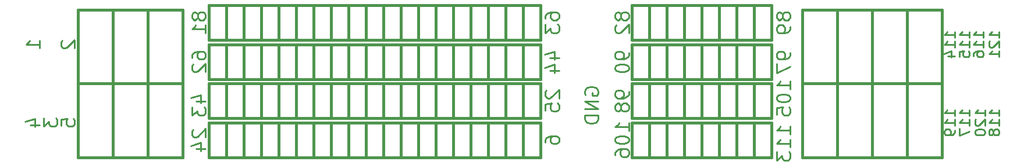
<source format=gbo>
G04 (created by PCBNEW (2013-07-07 BZR 4022)-stable) date 10/06/2014 08:12:37*
%MOIN*%
G04 Gerber Fmt 3.4, Leading zero omitted, Abs format*
%FSLAX34Y34*%
G01*
G70*
G90*
G04 APERTURE LIST*
%ADD10C,0.00590551*%
%ADD11C,0.015*%
%ADD12C,0.00984252*%
G04 APERTURE END LIST*
G54D10*
G54D11*
X51000Y-31500D02*
X51000Y-33500D01*
X50000Y-33500D02*
X50000Y-31500D01*
X49000Y-31500D02*
X49000Y-33500D01*
X48000Y-33500D02*
X48000Y-31500D01*
X47000Y-31500D02*
X47000Y-33500D01*
X46000Y-33500D02*
X46000Y-31500D01*
X45000Y-31500D02*
X45000Y-33500D01*
X44000Y-33500D02*
X44000Y-31500D01*
X43000Y-31500D02*
X43000Y-33500D01*
X42000Y-33500D02*
X42000Y-31500D01*
X41000Y-31500D02*
X41000Y-33500D01*
X40000Y-33500D02*
X40000Y-31500D01*
X39000Y-31500D02*
X39000Y-33500D01*
X38000Y-33500D02*
X38000Y-31500D01*
X37000Y-31500D02*
X37000Y-33500D01*
X36000Y-33500D02*
X36000Y-31500D01*
X35000Y-31500D02*
X35000Y-33500D01*
X34000Y-33500D02*
X34000Y-31500D01*
X34000Y-29250D02*
X34000Y-31250D01*
X35000Y-31250D02*
X35000Y-29250D01*
X36000Y-29250D02*
X36000Y-31250D01*
X37000Y-31250D02*
X37000Y-29250D01*
X38000Y-29250D02*
X38000Y-31250D01*
X39000Y-31250D02*
X39000Y-29250D01*
X40000Y-29250D02*
X40000Y-31250D01*
X41000Y-31250D02*
X41000Y-29250D01*
X42000Y-29250D02*
X42000Y-31250D01*
X43000Y-31250D02*
X43000Y-29250D01*
X44000Y-31250D02*
X44000Y-29250D01*
X44000Y-29500D02*
X44000Y-31250D01*
X45000Y-31250D02*
X45000Y-29250D01*
X46000Y-29250D02*
X46000Y-31250D01*
X47000Y-31250D02*
X47000Y-29250D01*
X48000Y-29250D02*
X48000Y-31250D01*
X49000Y-31250D02*
X49000Y-29250D01*
X50000Y-29250D02*
X50000Y-31250D01*
X51000Y-31250D02*
X51000Y-29250D01*
X51000Y-27000D02*
X51000Y-29000D01*
X50000Y-29000D02*
X50000Y-27000D01*
X49000Y-27000D02*
X49000Y-29000D01*
X48000Y-29000D02*
X48000Y-27000D01*
X47000Y-27000D02*
X47000Y-29000D01*
X46000Y-29000D02*
X46000Y-27000D01*
X45000Y-27000D02*
X45000Y-29000D01*
X44000Y-27000D02*
X44000Y-29000D01*
X43000Y-29000D02*
X43000Y-27000D01*
X42000Y-27000D02*
X42000Y-29000D01*
X41000Y-27000D02*
X41000Y-27250D01*
X41000Y-29000D02*
X41000Y-27000D01*
X41000Y-27250D02*
X41000Y-29000D01*
X40000Y-29000D02*
X40000Y-27000D01*
X39000Y-27000D02*
X39000Y-29000D01*
X38000Y-29000D02*
X38000Y-27000D01*
X37000Y-27000D02*
X37000Y-29000D01*
X36000Y-29000D02*
X36000Y-27000D01*
X35000Y-27000D02*
X35000Y-29000D01*
X34000Y-29000D02*
X34000Y-27000D01*
X34000Y-24750D02*
X34000Y-26750D01*
X35000Y-26750D02*
X35000Y-24750D01*
X36000Y-24750D02*
X36000Y-26750D01*
X37000Y-26750D02*
X37000Y-24750D01*
X38000Y-24750D02*
X38000Y-26750D01*
X39000Y-26750D02*
X39000Y-24750D01*
X40000Y-24750D02*
X40000Y-26750D01*
X41000Y-26750D02*
X41000Y-24750D01*
X42000Y-24750D02*
X42000Y-26750D01*
X43000Y-26750D02*
X43000Y-24750D01*
X44000Y-24750D02*
X44000Y-26750D01*
X45000Y-26750D02*
X45000Y-24750D01*
X46000Y-24750D02*
X46000Y-26750D01*
X47000Y-26750D02*
X47000Y-24750D01*
X48000Y-24750D02*
X48000Y-26750D01*
X49000Y-26750D02*
X49000Y-24750D01*
X50000Y-24750D02*
X50000Y-26750D01*
X51000Y-26750D02*
X51000Y-24750D01*
X64250Y-33500D02*
X64250Y-31500D01*
X63250Y-31500D02*
X63250Y-33500D01*
X62250Y-33500D02*
X62250Y-31500D01*
X61250Y-31500D02*
X61250Y-33500D01*
X60250Y-33500D02*
X60250Y-31500D01*
X59250Y-31500D02*
X59250Y-33500D01*
X58250Y-33500D02*
X58250Y-31500D01*
X58250Y-29250D02*
X58250Y-31250D01*
X59250Y-31250D02*
X59250Y-29250D01*
X60250Y-29250D02*
X60250Y-31250D01*
X61250Y-31250D02*
X61250Y-29250D01*
X62250Y-29250D02*
X62250Y-31250D01*
X63250Y-31250D02*
X63250Y-29250D01*
X64250Y-29250D02*
X64250Y-31250D01*
X64250Y-29000D02*
X64250Y-27000D01*
X63250Y-27000D02*
X63250Y-29000D01*
X62250Y-29000D02*
X62250Y-27000D01*
X61250Y-27000D02*
X61250Y-29000D01*
X60250Y-29000D02*
X60250Y-27000D01*
X59250Y-27000D02*
X59250Y-29000D01*
X58250Y-29000D02*
X58250Y-27000D01*
X64250Y-26750D02*
X64250Y-24750D01*
X63250Y-24750D02*
X63250Y-26750D01*
X62250Y-26750D02*
X62250Y-24750D01*
X61250Y-24750D02*
X61250Y-26750D01*
X60250Y-26750D02*
X60250Y-24750D01*
X59250Y-24750D02*
X59250Y-26750D01*
X58250Y-26750D02*
X58250Y-24750D01*
X69000Y-25000D02*
X69000Y-33500D01*
X73000Y-33500D02*
X73000Y-25000D01*
X71000Y-25000D02*
X71000Y-33500D01*
X67000Y-29250D02*
X75000Y-29250D01*
X67000Y-33500D02*
X67000Y-25000D01*
X75000Y-33500D02*
X67000Y-33500D01*
X75000Y-25000D02*
X75000Y-33500D01*
X67000Y-25000D02*
X75000Y-25000D01*
X29500Y-33500D02*
X29500Y-25000D01*
X27500Y-33500D02*
X27500Y-25000D01*
X25500Y-29250D02*
X31500Y-29250D01*
X31500Y-33500D02*
X25500Y-33500D01*
X31500Y-25000D02*
X31500Y-33500D01*
X25500Y-25000D02*
X31500Y-25000D01*
X25500Y-33500D02*
X25500Y-25000D01*
G54D12*
X32368Y-25300D02*
X32331Y-25225D01*
X32293Y-25187D01*
X32218Y-25150D01*
X32181Y-25150D01*
X32106Y-25187D01*
X32068Y-25225D01*
X32031Y-25300D01*
X32031Y-25450D01*
X32068Y-25525D01*
X32106Y-25562D01*
X32181Y-25600D01*
X32218Y-25600D01*
X32293Y-25562D01*
X32331Y-25525D01*
X32368Y-25450D01*
X32368Y-25300D01*
X32406Y-25225D01*
X32443Y-25187D01*
X32518Y-25150D01*
X32668Y-25150D01*
X32743Y-25187D01*
X32781Y-25225D01*
X32818Y-25300D01*
X32818Y-25450D01*
X32781Y-25525D01*
X32743Y-25562D01*
X32668Y-25600D01*
X32518Y-25600D01*
X32443Y-25562D01*
X32406Y-25525D01*
X32368Y-25450D01*
X32818Y-26349D02*
X32818Y-25899D01*
X32818Y-26124D02*
X32031Y-26124D01*
X32143Y-26049D01*
X32218Y-25974D01*
X32256Y-25899D01*
X32031Y-27775D02*
X32031Y-27625D01*
X32068Y-27550D01*
X32106Y-27512D01*
X32218Y-27437D01*
X32368Y-27400D01*
X32668Y-27400D01*
X32743Y-27437D01*
X32781Y-27475D01*
X32818Y-27550D01*
X32818Y-27700D01*
X32781Y-27775D01*
X32743Y-27812D01*
X32668Y-27850D01*
X32481Y-27850D01*
X32406Y-27812D01*
X32368Y-27775D01*
X32331Y-27700D01*
X32331Y-27550D01*
X32368Y-27475D01*
X32406Y-27437D01*
X32481Y-27400D01*
X32106Y-28149D02*
X32068Y-28187D01*
X32031Y-28262D01*
X32031Y-28449D01*
X32068Y-28524D01*
X32106Y-28562D01*
X32181Y-28599D01*
X32256Y-28599D01*
X32368Y-28562D01*
X32818Y-28112D01*
X32818Y-28599D01*
X32293Y-30275D02*
X32818Y-30275D01*
X31993Y-30087D02*
X32556Y-29900D01*
X32556Y-30387D01*
X32031Y-30612D02*
X32031Y-31099D01*
X32331Y-30837D01*
X32331Y-30949D01*
X32368Y-31024D01*
X32406Y-31062D01*
X32481Y-31099D01*
X32668Y-31099D01*
X32743Y-31062D01*
X32781Y-31024D01*
X32818Y-30949D01*
X32818Y-30724D01*
X32781Y-30649D01*
X32743Y-30612D01*
X32106Y-31900D02*
X32068Y-31937D01*
X32031Y-32012D01*
X32031Y-32200D01*
X32068Y-32275D01*
X32106Y-32312D01*
X32181Y-32350D01*
X32256Y-32350D01*
X32368Y-32312D01*
X32818Y-31862D01*
X32818Y-32350D01*
X32293Y-33024D02*
X32818Y-33024D01*
X31993Y-32837D02*
X32556Y-32649D01*
X32556Y-33137D01*
X54568Y-29900D02*
X54531Y-29825D01*
X54531Y-29712D01*
X54568Y-29600D01*
X54643Y-29525D01*
X54718Y-29487D01*
X54868Y-29450D01*
X54981Y-29450D01*
X55131Y-29487D01*
X55206Y-29525D01*
X55281Y-29600D01*
X55318Y-29712D01*
X55318Y-29787D01*
X55281Y-29900D01*
X55243Y-29937D01*
X54981Y-29937D01*
X54981Y-29787D01*
X55318Y-30275D02*
X54531Y-30275D01*
X55318Y-30724D01*
X54531Y-30724D01*
X55318Y-31099D02*
X54531Y-31099D01*
X54531Y-31287D01*
X54568Y-31399D01*
X54643Y-31474D01*
X54718Y-31512D01*
X54868Y-31549D01*
X54981Y-31549D01*
X55131Y-31512D01*
X55206Y-31474D01*
X55281Y-31399D01*
X55318Y-31287D01*
X55318Y-31099D01*
X52281Y-25525D02*
X52281Y-25375D01*
X52318Y-25300D01*
X52356Y-25262D01*
X52468Y-25187D01*
X52618Y-25150D01*
X52918Y-25150D01*
X52993Y-25187D01*
X53031Y-25225D01*
X53068Y-25300D01*
X53068Y-25450D01*
X53031Y-25525D01*
X52993Y-25562D01*
X52918Y-25600D01*
X52731Y-25600D01*
X52656Y-25562D01*
X52618Y-25525D01*
X52581Y-25450D01*
X52581Y-25300D01*
X52618Y-25225D01*
X52656Y-25187D01*
X52731Y-25150D01*
X52281Y-25862D02*
X52281Y-26349D01*
X52581Y-26087D01*
X52581Y-26199D01*
X52618Y-26274D01*
X52656Y-26312D01*
X52731Y-26349D01*
X52918Y-26349D01*
X52993Y-26312D01*
X53031Y-26274D01*
X53068Y-26199D01*
X53068Y-25974D01*
X53031Y-25899D01*
X52993Y-25862D01*
X52543Y-27775D02*
X53068Y-27775D01*
X52243Y-27587D02*
X52806Y-27400D01*
X52806Y-27887D01*
X52543Y-28524D02*
X53068Y-28524D01*
X52243Y-28337D02*
X52806Y-28149D01*
X52806Y-28637D01*
X52356Y-29650D02*
X52318Y-29687D01*
X52281Y-29762D01*
X52281Y-29950D01*
X52318Y-30025D01*
X52356Y-30062D01*
X52431Y-30100D01*
X52506Y-30100D01*
X52618Y-30062D01*
X53068Y-29612D01*
X53068Y-30100D01*
X52281Y-30812D02*
X52281Y-30437D01*
X52656Y-30399D01*
X52618Y-30437D01*
X52581Y-30512D01*
X52581Y-30699D01*
X52618Y-30774D01*
X52656Y-30812D01*
X52731Y-30849D01*
X52918Y-30849D01*
X52993Y-30812D01*
X53031Y-30774D01*
X53068Y-30699D01*
X53068Y-30512D01*
X53031Y-30437D01*
X52993Y-30399D01*
X52281Y-32649D02*
X52281Y-32500D01*
X52318Y-32425D01*
X52356Y-32387D01*
X52468Y-32312D01*
X52618Y-32275D01*
X52918Y-32275D01*
X52993Y-32312D01*
X53031Y-32350D01*
X53068Y-32425D01*
X53068Y-32574D01*
X53031Y-32649D01*
X52993Y-32687D01*
X52918Y-32724D01*
X52731Y-32724D01*
X52656Y-32687D01*
X52618Y-32649D01*
X52581Y-32574D01*
X52581Y-32425D01*
X52618Y-32350D01*
X52656Y-32312D01*
X52731Y-32275D01*
X56618Y-25300D02*
X56581Y-25225D01*
X56543Y-25187D01*
X56468Y-25150D01*
X56431Y-25150D01*
X56356Y-25187D01*
X56318Y-25225D01*
X56281Y-25300D01*
X56281Y-25450D01*
X56318Y-25525D01*
X56356Y-25562D01*
X56431Y-25600D01*
X56468Y-25600D01*
X56543Y-25562D01*
X56581Y-25525D01*
X56618Y-25450D01*
X56618Y-25300D01*
X56656Y-25225D01*
X56693Y-25187D01*
X56768Y-25150D01*
X56918Y-25150D01*
X56993Y-25187D01*
X57031Y-25225D01*
X57068Y-25300D01*
X57068Y-25450D01*
X57031Y-25525D01*
X56993Y-25562D01*
X56918Y-25600D01*
X56768Y-25600D01*
X56693Y-25562D01*
X56656Y-25525D01*
X56618Y-25450D01*
X56356Y-25899D02*
X56318Y-25937D01*
X56281Y-26012D01*
X56281Y-26199D01*
X56318Y-26274D01*
X56356Y-26312D01*
X56431Y-26349D01*
X56506Y-26349D01*
X56618Y-26312D01*
X57068Y-25862D01*
X57068Y-26349D01*
X57068Y-29725D02*
X57068Y-29875D01*
X57031Y-29950D01*
X56993Y-29987D01*
X56881Y-30062D01*
X56731Y-30100D01*
X56431Y-30100D01*
X56356Y-30062D01*
X56318Y-30025D01*
X56281Y-29950D01*
X56281Y-29800D01*
X56318Y-29725D01*
X56356Y-29687D01*
X56431Y-29650D01*
X56618Y-29650D01*
X56693Y-29687D01*
X56731Y-29725D01*
X56768Y-29800D01*
X56768Y-29950D01*
X56731Y-30025D01*
X56693Y-30062D01*
X56618Y-30100D01*
X56618Y-30549D02*
X56581Y-30474D01*
X56543Y-30437D01*
X56468Y-30399D01*
X56431Y-30399D01*
X56356Y-30437D01*
X56318Y-30474D01*
X56281Y-30549D01*
X56281Y-30699D01*
X56318Y-30774D01*
X56356Y-30812D01*
X56431Y-30849D01*
X56468Y-30849D01*
X56543Y-30812D01*
X56581Y-30774D01*
X56618Y-30699D01*
X56618Y-30549D01*
X56656Y-30474D01*
X56693Y-30437D01*
X56768Y-30399D01*
X56918Y-30399D01*
X56993Y-30437D01*
X57031Y-30474D01*
X57068Y-30549D01*
X57068Y-30699D01*
X57031Y-30774D01*
X56993Y-30812D01*
X56918Y-30849D01*
X56768Y-30849D01*
X56693Y-30812D01*
X56656Y-30774D01*
X56618Y-30699D01*
X57068Y-27475D02*
X57068Y-27625D01*
X57031Y-27700D01*
X56993Y-27737D01*
X56881Y-27812D01*
X56731Y-27850D01*
X56431Y-27850D01*
X56356Y-27812D01*
X56318Y-27775D01*
X56281Y-27700D01*
X56281Y-27550D01*
X56318Y-27475D01*
X56356Y-27437D01*
X56431Y-27400D01*
X56618Y-27400D01*
X56693Y-27437D01*
X56731Y-27475D01*
X56768Y-27550D01*
X56768Y-27700D01*
X56731Y-27775D01*
X56693Y-27812D01*
X56618Y-27850D01*
X56281Y-28337D02*
X56281Y-28412D01*
X56318Y-28487D01*
X56356Y-28524D01*
X56431Y-28562D01*
X56581Y-28599D01*
X56768Y-28599D01*
X56918Y-28562D01*
X56993Y-28524D01*
X57031Y-28487D01*
X57068Y-28412D01*
X57068Y-28337D01*
X57031Y-28262D01*
X56993Y-28224D01*
X56918Y-28187D01*
X56768Y-28149D01*
X56581Y-28149D01*
X56431Y-28187D01*
X56356Y-28224D01*
X56318Y-28262D01*
X56281Y-28337D01*
X57068Y-31975D02*
X57068Y-31525D01*
X57068Y-31750D02*
X56281Y-31750D01*
X56393Y-31675D01*
X56468Y-31600D01*
X56506Y-31525D01*
X56281Y-32462D02*
X56281Y-32537D01*
X56318Y-32612D01*
X56356Y-32649D01*
X56431Y-32687D01*
X56581Y-32724D01*
X56768Y-32724D01*
X56918Y-32687D01*
X56993Y-32649D01*
X57031Y-32612D01*
X57068Y-32537D01*
X57068Y-32462D01*
X57031Y-32387D01*
X56993Y-32350D01*
X56918Y-32312D01*
X56768Y-32275D01*
X56581Y-32275D01*
X56431Y-32312D01*
X56356Y-32350D01*
X56318Y-32387D01*
X56281Y-32462D01*
X56281Y-33399D02*
X56281Y-33249D01*
X56318Y-33174D01*
X56356Y-33137D01*
X56468Y-33062D01*
X56618Y-33024D01*
X56918Y-33024D01*
X56993Y-33062D01*
X57031Y-33099D01*
X57068Y-33174D01*
X57068Y-33324D01*
X57031Y-33399D01*
X56993Y-33437D01*
X56918Y-33474D01*
X56731Y-33474D01*
X56656Y-33437D01*
X56618Y-33399D01*
X56581Y-33324D01*
X56581Y-33174D01*
X56618Y-33099D01*
X56656Y-33062D01*
X56731Y-33024D01*
X65868Y-25300D02*
X65831Y-25225D01*
X65793Y-25187D01*
X65718Y-25150D01*
X65681Y-25150D01*
X65606Y-25187D01*
X65568Y-25225D01*
X65531Y-25300D01*
X65531Y-25450D01*
X65568Y-25525D01*
X65606Y-25562D01*
X65681Y-25600D01*
X65718Y-25600D01*
X65793Y-25562D01*
X65831Y-25525D01*
X65868Y-25450D01*
X65868Y-25300D01*
X65906Y-25225D01*
X65943Y-25187D01*
X66018Y-25150D01*
X66168Y-25150D01*
X66243Y-25187D01*
X66281Y-25225D01*
X66318Y-25300D01*
X66318Y-25450D01*
X66281Y-25525D01*
X66243Y-25562D01*
X66168Y-25600D01*
X66018Y-25600D01*
X65943Y-25562D01*
X65906Y-25525D01*
X65868Y-25450D01*
X66318Y-25974D02*
X66318Y-26124D01*
X66281Y-26199D01*
X66243Y-26237D01*
X66131Y-26312D01*
X65981Y-26349D01*
X65681Y-26349D01*
X65606Y-26312D01*
X65568Y-26274D01*
X65531Y-26199D01*
X65531Y-26049D01*
X65568Y-25974D01*
X65606Y-25937D01*
X65681Y-25899D01*
X65868Y-25899D01*
X65943Y-25937D01*
X65981Y-25974D01*
X66018Y-26049D01*
X66018Y-26199D01*
X65981Y-26274D01*
X65943Y-26312D01*
X65868Y-26349D01*
X66318Y-27475D02*
X66318Y-27625D01*
X66281Y-27700D01*
X66243Y-27737D01*
X66131Y-27812D01*
X65981Y-27850D01*
X65681Y-27850D01*
X65606Y-27812D01*
X65568Y-27775D01*
X65531Y-27700D01*
X65531Y-27550D01*
X65568Y-27475D01*
X65606Y-27437D01*
X65681Y-27400D01*
X65868Y-27400D01*
X65943Y-27437D01*
X65981Y-27475D01*
X66018Y-27550D01*
X66018Y-27700D01*
X65981Y-27775D01*
X65943Y-27812D01*
X65868Y-27850D01*
X65531Y-28112D02*
X65531Y-28637D01*
X66318Y-28299D01*
X66318Y-29575D02*
X66318Y-29125D01*
X66318Y-29350D02*
X65531Y-29350D01*
X65643Y-29275D01*
X65718Y-29200D01*
X65756Y-29125D01*
X65531Y-30062D02*
X65531Y-30137D01*
X65568Y-30212D01*
X65606Y-30249D01*
X65681Y-30287D01*
X65831Y-30324D01*
X66018Y-30324D01*
X66168Y-30287D01*
X66243Y-30249D01*
X66281Y-30212D01*
X66318Y-30137D01*
X66318Y-30062D01*
X66281Y-29987D01*
X66243Y-29950D01*
X66168Y-29912D01*
X66018Y-29875D01*
X65831Y-29875D01*
X65681Y-29912D01*
X65606Y-29950D01*
X65568Y-29987D01*
X65531Y-30062D01*
X65531Y-31037D02*
X65531Y-30662D01*
X65906Y-30624D01*
X65868Y-30662D01*
X65831Y-30737D01*
X65831Y-30924D01*
X65868Y-30999D01*
X65906Y-31037D01*
X65981Y-31074D01*
X66168Y-31074D01*
X66243Y-31037D01*
X66281Y-30999D01*
X66318Y-30924D01*
X66318Y-30737D01*
X66281Y-30662D01*
X66243Y-30624D01*
X66318Y-32175D02*
X66318Y-31725D01*
X66318Y-31950D02*
X65531Y-31950D01*
X65643Y-31875D01*
X65718Y-31800D01*
X65756Y-31725D01*
X66318Y-32924D02*
X66318Y-32475D01*
X66318Y-32700D02*
X65531Y-32700D01*
X65643Y-32625D01*
X65718Y-32550D01*
X65756Y-32475D01*
X65531Y-33187D02*
X65531Y-33674D01*
X65831Y-33412D01*
X65831Y-33524D01*
X65868Y-33599D01*
X65906Y-33637D01*
X65981Y-33674D01*
X66168Y-33674D01*
X66243Y-33637D01*
X66281Y-33599D01*
X66318Y-33524D01*
X66318Y-33299D01*
X66281Y-33224D01*
X66243Y-33187D01*
G54D11*
X57250Y-33500D02*
X57250Y-31500D01*
X65250Y-33500D02*
X57250Y-33500D01*
X65250Y-31500D02*
X65250Y-33500D01*
X57250Y-31500D02*
X65250Y-31500D01*
X65250Y-31250D02*
X65250Y-29250D01*
X57250Y-31250D02*
X65250Y-31250D01*
X57250Y-29250D02*
X57250Y-31250D01*
X65250Y-29250D02*
X57250Y-29250D01*
X57250Y-29000D02*
X65250Y-29000D01*
X57250Y-27000D02*
X57250Y-29000D01*
X65250Y-27000D02*
X57250Y-27000D01*
X65250Y-29000D02*
X65250Y-27000D01*
X57250Y-24750D02*
X65250Y-24750D01*
X57250Y-26750D02*
X57250Y-24750D01*
X65250Y-26750D02*
X57250Y-26750D01*
X65250Y-24750D02*
X65250Y-26750D01*
X57250Y-24750D02*
X65250Y-24750D01*
X33000Y-26750D02*
X52000Y-26750D01*
X33000Y-24750D02*
X33000Y-26750D01*
X52000Y-24750D02*
X33000Y-24750D01*
X52000Y-26750D02*
X52000Y-24750D01*
X33000Y-29000D02*
X52000Y-29000D01*
X33000Y-27000D02*
X33000Y-29000D01*
X52000Y-27000D02*
X33000Y-27000D01*
X52000Y-29000D02*
X52000Y-27000D01*
X33000Y-31250D02*
X52000Y-31250D01*
X33000Y-29250D02*
X33000Y-31250D01*
X52000Y-29250D02*
X33000Y-29250D01*
X52000Y-31250D02*
X52000Y-29250D01*
X33000Y-31500D02*
X52000Y-31500D01*
X33000Y-33500D02*
X33000Y-31500D01*
X52000Y-33500D02*
X33000Y-33500D01*
X52000Y-31500D02*
X52000Y-33500D01*
G54D12*
X24531Y-31687D02*
X24531Y-31312D01*
X24906Y-31275D01*
X24868Y-31312D01*
X24831Y-31387D01*
X24831Y-31574D01*
X24868Y-31649D01*
X24906Y-31687D01*
X24981Y-31724D01*
X25168Y-31724D01*
X25243Y-31687D01*
X25281Y-31649D01*
X25318Y-31574D01*
X25318Y-31387D01*
X25281Y-31312D01*
X25243Y-31275D01*
X23531Y-31237D02*
X23531Y-31724D01*
X23831Y-31462D01*
X23831Y-31574D01*
X23868Y-31649D01*
X23906Y-31687D01*
X23981Y-31724D01*
X24168Y-31724D01*
X24243Y-31687D01*
X24281Y-31649D01*
X24318Y-31574D01*
X24318Y-31350D01*
X24281Y-31275D01*
X24243Y-31237D01*
X22793Y-31649D02*
X23318Y-31649D01*
X22493Y-31462D02*
X23056Y-31275D01*
X23056Y-31762D01*
X24606Y-26775D02*
X24568Y-26812D01*
X24531Y-26887D01*
X24531Y-27074D01*
X24568Y-27149D01*
X24606Y-27187D01*
X24681Y-27224D01*
X24756Y-27224D01*
X24868Y-27187D01*
X25318Y-26737D01*
X25318Y-27224D01*
X23318Y-27224D02*
X23318Y-26775D01*
X23318Y-27000D02*
X22531Y-27000D01*
X22643Y-26925D01*
X22718Y-26850D01*
X22756Y-26775D01*
X75739Y-31106D02*
X75739Y-30768D01*
X75739Y-30937D02*
X75148Y-30937D01*
X75232Y-30881D01*
X75289Y-30825D01*
X75317Y-30768D01*
X75739Y-31668D02*
X75739Y-31331D01*
X75739Y-31500D02*
X75148Y-31500D01*
X75232Y-31443D01*
X75289Y-31387D01*
X75317Y-31331D01*
X75739Y-31949D02*
X75739Y-32062D01*
X75710Y-32118D01*
X75682Y-32146D01*
X75598Y-32203D01*
X75485Y-32231D01*
X75260Y-32231D01*
X75204Y-32203D01*
X75176Y-32174D01*
X75148Y-32118D01*
X75148Y-32006D01*
X75176Y-31949D01*
X75204Y-31921D01*
X75260Y-31893D01*
X75401Y-31893D01*
X75457Y-31921D01*
X75485Y-31949D01*
X75514Y-32006D01*
X75514Y-32118D01*
X75485Y-32174D01*
X75457Y-32203D01*
X75401Y-32231D01*
X76589Y-31106D02*
X76589Y-30768D01*
X76589Y-30937D02*
X75998Y-30937D01*
X76082Y-30881D01*
X76139Y-30825D01*
X76167Y-30768D01*
X76589Y-31668D02*
X76589Y-31331D01*
X76589Y-31500D02*
X75998Y-31500D01*
X76082Y-31443D01*
X76139Y-31387D01*
X76167Y-31331D01*
X75998Y-31865D02*
X75998Y-32259D01*
X76589Y-32006D01*
X77489Y-31106D02*
X77489Y-30768D01*
X77489Y-30937D02*
X76898Y-30937D01*
X76982Y-30881D01*
X77039Y-30825D01*
X77067Y-30768D01*
X76954Y-31331D02*
X76926Y-31359D01*
X76898Y-31415D01*
X76898Y-31556D01*
X76926Y-31612D01*
X76954Y-31640D01*
X77010Y-31668D01*
X77067Y-31668D01*
X77151Y-31640D01*
X77489Y-31303D01*
X77489Y-31668D01*
X76898Y-32034D02*
X76898Y-32090D01*
X76926Y-32146D01*
X76954Y-32174D01*
X77010Y-32203D01*
X77123Y-32231D01*
X77264Y-32231D01*
X77376Y-32203D01*
X77432Y-32174D01*
X77460Y-32146D01*
X77489Y-32090D01*
X77489Y-32034D01*
X77460Y-31978D01*
X77432Y-31949D01*
X77376Y-31921D01*
X77264Y-31893D01*
X77123Y-31893D01*
X77010Y-31921D01*
X76954Y-31949D01*
X76926Y-31978D01*
X76898Y-32034D01*
X78289Y-31106D02*
X78289Y-30768D01*
X78289Y-30937D02*
X77698Y-30937D01*
X77782Y-30881D01*
X77839Y-30825D01*
X77867Y-30768D01*
X78289Y-31668D02*
X78289Y-31331D01*
X78289Y-31500D02*
X77698Y-31500D01*
X77782Y-31443D01*
X77839Y-31387D01*
X77867Y-31331D01*
X77951Y-32006D02*
X77923Y-31949D01*
X77895Y-31921D01*
X77839Y-31893D01*
X77810Y-31893D01*
X77754Y-31921D01*
X77726Y-31949D01*
X77698Y-32006D01*
X77698Y-32118D01*
X77726Y-32174D01*
X77754Y-32203D01*
X77810Y-32231D01*
X77839Y-32231D01*
X77895Y-32203D01*
X77923Y-32174D01*
X77951Y-32118D01*
X77951Y-32006D01*
X77979Y-31949D01*
X78007Y-31921D01*
X78064Y-31893D01*
X78176Y-31893D01*
X78232Y-31921D01*
X78260Y-31949D01*
X78289Y-32006D01*
X78289Y-32118D01*
X78260Y-32174D01*
X78232Y-32203D01*
X78176Y-32231D01*
X78064Y-32231D01*
X78007Y-32203D01*
X77979Y-32174D01*
X77951Y-32118D01*
X78289Y-26606D02*
X78289Y-26268D01*
X78289Y-26437D02*
X77698Y-26437D01*
X77782Y-26381D01*
X77839Y-26325D01*
X77867Y-26268D01*
X77754Y-26831D02*
X77726Y-26859D01*
X77698Y-26915D01*
X77698Y-27056D01*
X77726Y-27112D01*
X77754Y-27140D01*
X77810Y-27168D01*
X77867Y-27168D01*
X77951Y-27140D01*
X78289Y-26803D01*
X78289Y-27168D01*
X78289Y-27731D02*
X78289Y-27393D01*
X78289Y-27562D02*
X77698Y-27562D01*
X77782Y-27506D01*
X77839Y-27449D01*
X77867Y-27393D01*
X77389Y-26606D02*
X77389Y-26268D01*
X77389Y-26437D02*
X76798Y-26437D01*
X76882Y-26381D01*
X76939Y-26325D01*
X76967Y-26268D01*
X77389Y-27168D02*
X77389Y-26831D01*
X77389Y-27000D02*
X76798Y-27000D01*
X76882Y-26943D01*
X76939Y-26887D01*
X76967Y-26831D01*
X76798Y-27674D02*
X76798Y-27562D01*
X76826Y-27506D01*
X76854Y-27478D01*
X76939Y-27421D01*
X77051Y-27393D01*
X77276Y-27393D01*
X77332Y-27421D01*
X77360Y-27449D01*
X77389Y-27506D01*
X77389Y-27618D01*
X77360Y-27674D01*
X77332Y-27703D01*
X77276Y-27731D01*
X77135Y-27731D01*
X77079Y-27703D01*
X77051Y-27674D01*
X77023Y-27618D01*
X77023Y-27506D01*
X77051Y-27449D01*
X77079Y-27421D01*
X77135Y-27393D01*
X76589Y-26606D02*
X76589Y-26268D01*
X76589Y-26437D02*
X75998Y-26437D01*
X76082Y-26381D01*
X76139Y-26325D01*
X76167Y-26268D01*
X76589Y-27168D02*
X76589Y-26831D01*
X76589Y-27000D02*
X75998Y-27000D01*
X76082Y-26943D01*
X76139Y-26887D01*
X76167Y-26831D01*
X75998Y-27703D02*
X75998Y-27421D01*
X76279Y-27393D01*
X76251Y-27421D01*
X76223Y-27478D01*
X76223Y-27618D01*
X76251Y-27674D01*
X76279Y-27703D01*
X76335Y-27731D01*
X76476Y-27731D01*
X76532Y-27703D01*
X76560Y-27674D01*
X76589Y-27618D01*
X76589Y-27478D01*
X76560Y-27421D01*
X76532Y-27393D01*
X75739Y-26606D02*
X75739Y-26268D01*
X75739Y-26437D02*
X75148Y-26437D01*
X75232Y-26381D01*
X75289Y-26325D01*
X75317Y-26268D01*
X75739Y-27168D02*
X75739Y-26831D01*
X75739Y-27000D02*
X75148Y-27000D01*
X75232Y-26943D01*
X75289Y-26887D01*
X75317Y-26831D01*
X75345Y-27674D02*
X75739Y-27674D01*
X75120Y-27534D02*
X75542Y-27393D01*
X75542Y-27759D01*
M02*

</source>
